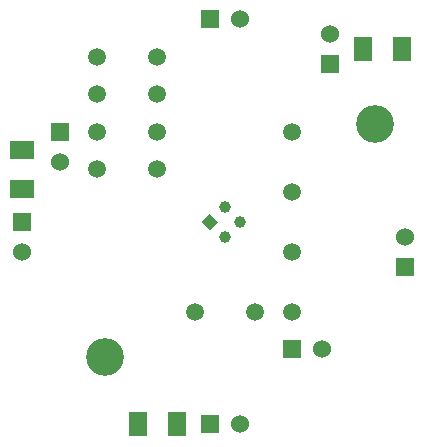
<source format=gts>
G04 (created by PCBNEW (2013-07-07 BZR 4022)-stable) date 6/29/2014 5:04:33 PM*
%MOIN*%
G04 Gerber Fmt 3.4, Leading zero omitted, Abs format*
%FSLAX34Y34*%
G01*
G70*
G90*
G04 APERTURE LIST*
%ADD10C,0.00590551*%
%ADD11R,0.06X0.08*%
%ADD12R,0.08X0.06*%
%ADD13C,0.059*%
%ADD14R,0.06X0.06*%
%ADD15C,0.06*%
%ADD16C,0.039*%
%ADD17C,0.125984*%
G04 APERTURE END LIST*
G54D10*
G54D11*
X80150Y-68750D03*
X78850Y-68750D03*
G54D12*
X75000Y-60900D03*
X75000Y-59600D03*
G54D13*
X82750Y-65000D03*
X80750Y-65000D03*
X84000Y-63000D03*
X84000Y-65000D03*
X84000Y-59000D03*
X84000Y-61000D03*
X77500Y-57750D03*
X79500Y-57750D03*
X77500Y-60250D03*
X79500Y-60250D03*
X79500Y-56500D03*
X77500Y-56500D03*
X77500Y-59000D03*
X79500Y-59000D03*
G54D14*
X81250Y-68750D03*
G54D15*
X82250Y-68750D03*
G54D10*
G36*
X81250Y-62275D02*
X80974Y-62000D01*
X81250Y-61724D01*
X81525Y-62000D01*
X81250Y-62275D01*
X81250Y-62275D01*
G37*
G54D16*
X82250Y-62000D03*
X81750Y-61500D03*
X81750Y-62500D03*
G54D14*
X76250Y-59000D03*
G54D15*
X76250Y-60000D03*
G54D14*
X81250Y-55250D03*
G54D15*
X82250Y-55250D03*
G54D14*
X87750Y-63500D03*
G54D15*
X87750Y-62500D03*
G54D14*
X84000Y-66250D03*
G54D15*
X85000Y-66250D03*
G54D17*
X86750Y-58750D03*
X77750Y-66500D03*
G54D11*
X86350Y-56250D03*
X87650Y-56250D03*
G54D14*
X85250Y-56750D03*
G54D15*
X85250Y-55750D03*
G54D14*
X75000Y-62000D03*
G54D15*
X75000Y-63000D03*
M02*

</source>
